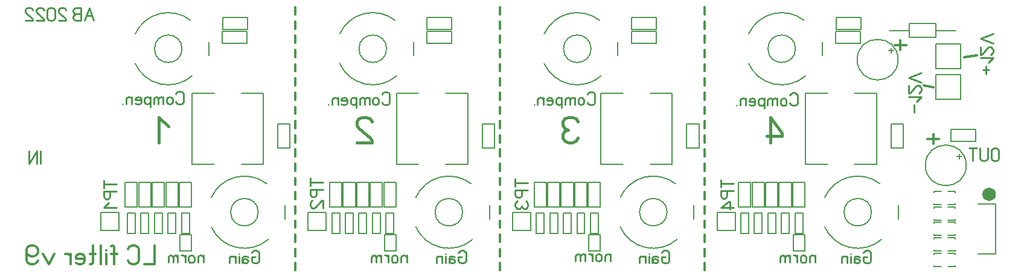
<source format=gbr>
%FSLAX34Y34*%
%MOMM*%
%LNSILK_BOTTOM*%
G71*
G01*
%ADD10C,0.150*%
%ADD11C,0.200*%
%ADD12C,0.333*%
%ADD13C,0.222*%
%ADD14C,0.300*%
%ADD15C,0.500*%
%ADD16C,0.444*%
%LPD*%
G54D10*
X390320Y-183666D02*
X373258Y-183666D01*
G54D10*
X390320Y-218347D02*
X373258Y-218347D01*
G54D10*
X390320Y-183666D02*
X390320Y-218347D01*
G54D10*
X373258Y-183666D02*
X373258Y-218347D01*
G54D10*
G75*
G01X357698Y-268199D02*
G03X280014Y-287568I-31276J-40031D01*
G01*
G54D10*
G75*
G01X345722Y-308230D02*
G03X345722Y-308230I-19300J0D01*
G01*
G54D10*
G75*
G01X280014Y-328892D02*
G03X359750Y-346569I46408J20662D01*
G01*
G54D10*
X383522Y-298720D02*
X383522Y-317928D01*
G54D10*
X321978Y-240988D02*
X352978Y-240988D01*
X352978Y-140988D01*
X321978Y-140988D01*
G54D10*
X283978Y-140988D02*
X252978Y-140988D01*
X252978Y-240988D01*
X283978Y-240988D01*
G54D10*
X441178Y-333688D02*
X441178Y-308288D01*
X415778Y-308288D01*
X415778Y-333688D01*
X441178Y-333688D01*
G54D10*
X538960Y-265922D02*
X521898Y-265922D01*
G54D10*
X538960Y-300604D02*
X521898Y-300604D01*
G54D10*
X538960Y-265922D02*
X538960Y-300604D01*
G54D10*
X521898Y-265922D02*
X521898Y-300604D01*
G54D10*
X519960Y-265922D02*
X502898Y-265922D01*
G54D10*
X519960Y-300604D02*
X502898Y-300604D01*
G54D10*
X519960Y-265922D02*
X519960Y-300604D01*
G54D10*
X502898Y-265922D02*
X502898Y-300604D01*
G54D10*
X500960Y-265922D02*
X483898Y-265922D01*
G54D10*
X500960Y-300604D02*
X483898Y-300604D01*
G54D10*
X500960Y-265922D02*
X500960Y-300604D01*
G54D10*
X483898Y-265922D02*
X483898Y-300604D01*
G54D10*
X481960Y-265922D02*
X464898Y-265922D01*
G54D10*
X481960Y-300604D02*
X464898Y-300604D01*
G54D10*
X481960Y-265922D02*
X481960Y-300604D01*
G54D10*
X464898Y-265922D02*
X464898Y-300604D01*
G54D10*
X462960Y-265922D02*
X445898Y-265922D01*
G54D10*
X462960Y-300604D02*
X445898Y-300604D01*
G54D10*
X462960Y-265922D02*
X462960Y-300604D01*
G54D10*
X445898Y-265922D02*
X445898Y-300604D01*
G54D10*
G75*
G01X537698Y-38199D02*
G03X460014Y-57568I-31276J-40031D01*
G01*
G54D10*
G75*
G01X525722Y-78230D02*
G03X525722Y-78230I-19300J0D01*
G01*
G54D10*
G75*
G01X460014Y-98892D02*
G03X539750Y-116569I46408J20662D01*
G01*
G54D10*
X563523Y-68720D02*
X563522Y-87928D01*
G54D10*
X150878Y-333688D02*
X150878Y-308288D01*
X125478Y-308288D01*
X125478Y-333688D01*
X150878Y-333688D01*
G54D10*
X330448Y-51427D02*
X330448Y-34364D01*
G54D10*
X295767Y-51427D02*
X295767Y-34364D01*
G54D10*
X330448Y-51427D02*
X295767Y-51427D01*
G54D10*
X330448Y-34364D02*
X295767Y-34364D01*
G54D10*
X295609Y-53512D02*
X295609Y-70574D01*
G54D10*
X330291Y-53512D02*
X330291Y-70574D01*
G54D10*
X295609Y-53512D02*
X330291Y-53512D01*
G54D10*
X295609Y-70574D02*
X330291Y-70574D01*
G54D10*
G75*
G01X250898Y-38199D02*
G03X173214Y-57568I-31276J-40031D01*
G01*
G54D10*
G75*
G01X238922Y-78230D02*
G03X238922Y-78230I-19300J0D01*
G01*
G54D10*
G75*
G01X173214Y-98892D02*
G03X252950Y-116569I46408J20662D01*
G01*
G54D10*
X276723Y-68720D02*
X276722Y-87928D01*
G54D10*
X617248Y-51427D02*
X617248Y-34364D01*
G54D10*
X582567Y-51427D02*
X582567Y-34364D01*
G54D10*
X617248Y-51427D02*
X582567Y-51427D01*
G54D10*
X617248Y-34364D02*
X582567Y-34364D01*
G54D10*
X448992Y-337916D02*
X459967Y-337916D01*
X459967Y-309616D01*
X448992Y-309616D01*
X448992Y-337916D01*
G54D10*
X467992Y-337916D02*
X478967Y-337916D01*
X478967Y-309616D01*
X467992Y-309616D01*
X467992Y-337916D01*
G54D10*
X486992Y-337916D02*
X497967Y-337916D01*
X497967Y-309616D01*
X486992Y-309616D01*
X486992Y-337916D01*
G54D10*
X505992Y-337916D02*
X516967Y-337916D01*
X516967Y-309616D01*
X505992Y-309616D01*
X505992Y-337916D01*
G54D10*
X524992Y-337916D02*
X535967Y-337916D01*
X535967Y-309616D01*
X524992Y-309616D01*
X524992Y-337916D01*
G54D10*
X252260Y-265922D02*
X235198Y-265922D01*
G54D10*
X252260Y-300604D02*
X235198Y-300604D01*
G54D10*
X252260Y-265922D02*
X252260Y-300604D01*
G54D10*
X235198Y-265922D02*
X235198Y-300604D01*
G54D10*
X233260Y-265922D02*
X216198Y-265922D01*
G54D10*
X233260Y-300604D02*
X216198Y-300604D01*
G54D10*
X233260Y-265922D02*
X233260Y-300604D01*
G54D10*
X216198Y-265922D02*
X216198Y-300604D01*
G54D10*
X214260Y-265922D02*
X197198Y-265922D01*
G54D10*
X214260Y-300604D02*
X197198Y-300604D01*
G54D10*
X214260Y-265922D02*
X214260Y-300604D01*
G54D10*
X197198Y-265922D02*
X197198Y-300604D01*
G54D10*
X195260Y-265922D02*
X178198Y-265922D01*
G54D10*
X195260Y-300604D02*
X178198Y-300604D01*
G54D10*
X195260Y-265922D02*
X195260Y-300604D01*
G54D10*
X178198Y-265922D02*
X178198Y-300604D01*
G54D10*
X176260Y-265922D02*
X159198Y-265922D01*
G54D10*
X176260Y-300604D02*
X159198Y-300604D01*
G54D10*
X176260Y-265922D02*
X176260Y-300604D01*
G54D10*
X159198Y-265922D02*
X159198Y-300604D01*
G54D10*
X162292Y-337916D02*
X173266Y-337916D01*
X173266Y-309616D01*
X162292Y-309616D01*
X162292Y-337916D01*
G54D10*
X181292Y-337916D02*
X192266Y-337916D01*
X192266Y-309616D01*
X181292Y-309616D01*
X181292Y-337916D01*
G54D10*
X200292Y-337916D02*
X211266Y-337916D01*
X211266Y-309616D01*
X200292Y-309616D01*
X200292Y-337916D01*
G54D10*
X219292Y-337916D02*
X230267Y-337916D01*
X230267Y-309616D01*
X219292Y-309616D01*
X219292Y-337916D01*
G54D10*
X238292Y-337916D02*
X249267Y-337916D01*
X249267Y-309616D01*
X238292Y-309616D01*
X238292Y-337916D01*
G54D10*
X677020Y-183666D02*
X659958Y-183666D01*
G54D10*
X677020Y-218347D02*
X659958Y-218347D01*
G54D10*
X677020Y-183666D02*
X677020Y-218347D01*
G54D10*
X659958Y-183666D02*
X659958Y-218347D01*
G54D10*
G75*
G01X644398Y-268199D02*
G03X566714Y-287568I-31276J-40031D01*
G01*
G54D10*
G75*
G01X632422Y-308230D02*
G03X632422Y-308230I-19300J0D01*
G01*
G54D10*
G75*
G01X566714Y-328892D02*
G03X646450Y-346569I46408J20662D01*
G01*
G54D10*
X670222Y-298720D02*
X670222Y-317928D01*
G54D10*
X727878Y-333688D02*
X727878Y-308288D01*
X702478Y-308288D01*
X702478Y-333688D01*
X727878Y-333688D01*
G54D10*
X825660Y-265922D02*
X808598Y-265922D01*
G54D10*
X825660Y-300604D02*
X808598Y-300604D01*
G54D10*
X825660Y-265922D02*
X825660Y-300604D01*
G54D10*
X808598Y-265922D02*
X808598Y-300604D01*
G54D10*
X806660Y-265922D02*
X789598Y-265922D01*
G54D10*
X806660Y-300604D02*
X789598Y-300604D01*
G54D10*
X806660Y-265922D02*
X806660Y-300604D01*
G54D10*
X789598Y-265922D02*
X789598Y-300604D01*
G54D10*
X787660Y-265922D02*
X770598Y-265922D01*
G54D10*
X787660Y-300604D02*
X770598Y-300604D01*
G54D10*
X787660Y-265922D02*
X787660Y-300604D01*
G54D10*
X770598Y-265922D02*
X770598Y-300604D01*
G54D10*
X768660Y-265922D02*
X751598Y-265922D01*
G54D10*
X768660Y-300604D02*
X751598Y-300604D01*
G54D10*
X768660Y-265922D02*
X768660Y-300604D01*
G54D10*
X751598Y-265922D02*
X751598Y-300604D01*
G54D10*
X749660Y-265922D02*
X732598Y-265922D01*
G54D10*
X749660Y-300604D02*
X732598Y-300604D01*
G54D10*
X749660Y-265922D02*
X749660Y-300604D01*
G54D10*
X732598Y-265922D02*
X732598Y-300604D01*
G54D10*
G75*
G01X824398Y-38199D02*
G03X746714Y-57568I-31276J-40031D01*
G01*
G54D10*
G75*
G01X812422Y-78230D02*
G03X812422Y-78230I-19300J0D01*
G01*
G54D10*
G75*
G01X746714Y-98892D02*
G03X826450Y-116569I46408J20662D01*
G01*
G54D10*
X850222Y-68720D02*
X850222Y-87928D01*
G54D10*
X903948Y-51427D02*
X903948Y-34364D01*
G54D10*
X869267Y-51427D02*
X869267Y-34364D01*
G54D10*
X903948Y-51427D02*
X869267Y-51427D01*
G54D10*
X903948Y-34364D02*
X869267Y-34364D01*
G54D10*
X735692Y-337916D02*
X746666Y-337916D01*
X746666Y-309616D01*
X735692Y-309616D01*
X735692Y-337916D01*
G54D10*
X754692Y-337916D02*
X765666Y-337916D01*
X765666Y-309616D01*
X754692Y-309616D01*
X754692Y-337916D01*
G54D10*
X773692Y-337916D02*
X784666Y-337916D01*
X784666Y-309616D01*
X773692Y-309616D01*
X773692Y-337916D01*
G54D10*
X792692Y-337916D02*
X803666Y-337916D01*
X803666Y-309616D01*
X792692Y-309616D01*
X792692Y-337916D01*
G54D10*
X811692Y-337916D02*
X822666Y-337916D01*
X822666Y-309616D01*
X811692Y-309616D01*
X811692Y-337916D01*
G54D10*
X963720Y-183666D02*
X946657Y-183666D01*
G54D10*
X963720Y-218347D02*
X946657Y-218347D01*
G54D10*
X963720Y-183666D02*
X963720Y-218347D01*
G54D10*
X946657Y-183666D02*
X946657Y-218347D01*
G54D10*
G75*
G01X931098Y-268199D02*
G03X853414Y-287568I-31276J-40031D01*
G01*
G54D10*
G75*
G01X919122Y-308230D02*
G03X919122Y-308230I-19300J0D01*
G01*
G54D10*
G75*
G01X853414Y-328892D02*
G03X933150Y-346569I46408J20662D01*
G01*
G54D10*
X956922Y-298720D02*
X956922Y-317928D01*
G54D10*
X1014578Y-333688D02*
X1014578Y-308288D01*
X989178Y-308288D01*
X989178Y-333688D01*
X1014578Y-333688D01*
G54D10*
X1112360Y-265922D02*
X1095297Y-265922D01*
G54D10*
X1112360Y-300604D02*
X1095298Y-300604D01*
G54D10*
X1112360Y-265922D02*
X1112360Y-300604D01*
G54D10*
X1095297Y-265922D02*
X1095298Y-300604D01*
G54D10*
X1093360Y-265922D02*
X1076297Y-265922D01*
G54D10*
X1093360Y-300604D02*
X1076298Y-300604D01*
G54D10*
X1093360Y-265922D02*
X1093360Y-300604D01*
G54D10*
X1076297Y-265922D02*
X1076298Y-300604D01*
G54D10*
X1074360Y-265922D02*
X1057297Y-265922D01*
G54D10*
X1074360Y-300604D02*
X1057298Y-300604D01*
G54D10*
X1074360Y-265922D02*
X1074360Y-300604D01*
G54D10*
X1057297Y-265922D02*
X1057298Y-300604D01*
G54D10*
X1055360Y-265922D02*
X1038297Y-265922D01*
G54D10*
X1055360Y-300604D02*
X1038298Y-300604D01*
G54D10*
X1055360Y-265922D02*
X1055360Y-300604D01*
G54D10*
X1038297Y-265922D02*
X1038298Y-300604D01*
G54D10*
X1036360Y-265922D02*
X1019297Y-265922D01*
G54D10*
X1036360Y-300604D02*
X1019298Y-300604D01*
G54D10*
X1036360Y-265922D02*
X1036360Y-300604D01*
G54D10*
X1019297Y-265922D02*
X1019298Y-300604D01*
G54D10*
G75*
G01X1111097Y-38199D02*
G03X1033414Y-57568I-31275J-40031D01*
G01*
G54D10*
G75*
G01X1099122Y-78230D02*
G03X1099122Y-78230I-19300J0D01*
G01*
G54D10*
G75*
G01X1033414Y-98892D02*
G03X1113150Y-116569I46408J20662D01*
G01*
G54D10*
X1136922Y-68720D02*
X1136922Y-87928D01*
G54D10*
X1190648Y-51427D02*
X1190648Y-34364D01*
G54D10*
X1155967Y-51427D02*
X1155966Y-34364D01*
G54D10*
X1190648Y-51427D02*
X1155967Y-51427D01*
G54D10*
X1190648Y-34364D02*
X1155966Y-34364D01*
G54D10*
X1022391Y-337916D02*
X1033366Y-337916D01*
X1033366Y-309616D01*
X1022391Y-309616D01*
X1022391Y-337916D01*
G54D10*
X1041391Y-337916D02*
X1052366Y-337916D01*
X1052366Y-309616D01*
X1041391Y-309616D01*
X1041391Y-337916D01*
G54D10*
X1060391Y-337916D02*
X1071366Y-337916D01*
X1071366Y-309616D01*
X1060391Y-309616D01*
X1060391Y-337916D01*
G54D10*
X1079391Y-337916D02*
X1090366Y-337916D01*
X1090366Y-309616D01*
X1079391Y-309616D01*
X1079391Y-337916D01*
G54D10*
X1098391Y-337916D02*
X1109366Y-337916D01*
X1109366Y-309616D01*
X1098391Y-309616D01*
X1098391Y-337916D01*
G54D10*
X1250420Y-183666D02*
X1233357Y-183666D01*
G54D10*
X1250420Y-218347D02*
X1233357Y-218347D01*
G54D10*
X1250420Y-183666D02*
X1250420Y-218347D01*
G54D10*
X1233357Y-183666D02*
X1233357Y-218347D01*
G54D10*
G75*
G01X1217797Y-268199D02*
G03X1140114Y-287568I-31275J-40031D01*
G01*
G54D10*
G75*
G01X1205822Y-308230D02*
G03X1205822Y-308230I-19300J0D01*
G01*
G54D10*
G75*
G01X1140114Y-328892D02*
G03X1219850Y-346569I46408J20662D01*
G01*
G54D10*
X1243622Y-298720D02*
X1243621Y-317928D01*
G54D10*
X1351801Y-208700D02*
X1351801Y-191638D01*
G54D10*
X1317120Y-208700D02*
X1317120Y-191638D01*
G54D10*
X1351801Y-208700D02*
X1317120Y-208700D01*
G54D10*
X1351801Y-191638D02*
X1317120Y-191638D01*
G54D11*
X1295900Y-71350D02*
X1330825Y-71350D01*
X1330825Y-106275D01*
X1295900Y-106275D01*
X1295900Y-71350D01*
G54D11*
X1295900Y-114850D02*
X1330825Y-114850D01*
X1330825Y-149775D01*
X1295900Y-149775D01*
X1295900Y-114850D01*
G54D10*
G75*
G01X1242985Y-93595D02*
G03X1242985Y-93595I-28600J0D01*
G01*
G54D10*
X1230285Y-80895D02*
X1236585Y-80895D01*
G54D10*
X1233485Y-84095D02*
X1233485Y-77695D01*
G54D12*
X1238340Y-73295D02*
X1254340Y-73295D01*
G54D12*
X1246340Y-79961D02*
X1246340Y-66628D01*
G54D10*
X1296373Y-62098D02*
X1296373Y-43098D01*
X1258373Y-43098D01*
X1258373Y-62098D01*
X1296373Y-62098D01*
G54D10*
X1296473Y-52598D02*
X1323773Y-52598D01*
G54D10*
X1230973Y-52598D02*
X1258273Y-52598D01*
G54D10*
G75*
G01X1338600Y-242300D02*
G03X1338600Y-242300I-28600J0D01*
G01*
G54D10*
X1325900Y-229600D02*
X1332200Y-229600D01*
G54D10*
X1329100Y-232800D02*
X1329100Y-226400D01*
G54D12*
X1284407Y-205005D02*
X1300407Y-205005D01*
G54D12*
X1292407Y-211672D02*
X1292407Y-198338D01*
G54D10*
X1303713Y-279142D02*
X1293713Y-279142D01*
X1293713Y-280892D01*
G54D10*
X1303713Y-297542D02*
X1293713Y-297542D01*
X1293713Y-295792D01*
G54D10*
X1313213Y-297542D02*
X1323213Y-297542D01*
X1323213Y-295792D01*
G54D10*
X1313213Y-279142D02*
X1323213Y-279142D01*
X1323213Y-280892D01*
G54D13*
X1366166Y-113495D02*
X1366166Y-102828D01*
G54D13*
X1370611Y-108161D02*
X1361722Y-108161D01*
G54D13*
X1369500Y-97939D02*
X1376166Y-91272D01*
X1358389Y-91272D01*
G54D13*
X1358389Y-75716D02*
X1358389Y-86383D01*
X1359500Y-86383D01*
X1361722Y-85049D01*
X1368389Y-77049D01*
X1370611Y-75716D01*
X1372833Y-75716D01*
X1375055Y-77049D01*
X1376166Y-79716D01*
X1376166Y-82383D01*
X1375055Y-85049D01*
X1372833Y-86383D01*
G54D13*
X1376166Y-70827D02*
X1358389Y-64160D01*
X1376166Y-57493D01*
G54D13*
X1265418Y-167990D02*
X1265418Y-157323D01*
G54D13*
X1268751Y-152434D02*
X1275418Y-145767D01*
X1257640Y-145767D01*
G54D13*
X1257640Y-130211D02*
X1257640Y-140878D01*
X1258751Y-140878D01*
X1260973Y-139544D01*
X1267640Y-131544D01*
X1269862Y-130211D01*
X1272084Y-130211D01*
X1274306Y-131544D01*
X1275418Y-134211D01*
X1275418Y-136878D01*
X1274306Y-139544D01*
X1272084Y-140878D01*
G54D13*
X1275418Y-125322D02*
X1257640Y-118655D01*
X1275418Y-111988D01*
G54D14*
X1353283Y-87430D02*
X1336022Y-90131D01*
G54D14*
X1278932Y-129870D02*
X1292366Y-132093D01*
G54D10*
X1354870Y-296960D02*
X1379869Y-296960D01*
X1379869Y-366660D01*
X1354869Y-366660D01*
G54D10*
X1303713Y-301142D02*
X1293713Y-301142D01*
X1293713Y-302892D01*
G54D10*
X1303713Y-319542D02*
X1293713Y-319542D01*
X1293713Y-317792D01*
G54D10*
X1313213Y-319542D02*
X1323213Y-319542D01*
X1323213Y-317792D01*
G54D10*
X1313213Y-301142D02*
X1323213Y-301142D01*
X1323213Y-302892D01*
G54D10*
X1303713Y-322142D02*
X1293713Y-322142D01*
X1293713Y-323892D01*
G54D10*
X1303713Y-340542D02*
X1293713Y-340542D01*
X1293713Y-338792D01*
G54D10*
X1313213Y-340542D02*
X1323213Y-340542D01*
X1323213Y-338792D01*
G54D10*
X1313213Y-322142D02*
X1323213Y-322142D01*
X1323213Y-323892D01*
G54D10*
X1303713Y-344142D02*
X1293713Y-344142D01*
X1293713Y-345892D01*
G54D10*
X1303713Y-362542D02*
X1293713Y-362542D01*
X1293713Y-360792D01*
G54D10*
X1313213Y-362542D02*
X1323213Y-362542D01*
X1323213Y-360792D01*
G54D10*
X1313213Y-344142D02*
X1323213Y-344142D01*
X1323213Y-345892D01*
G54D10*
X1303713Y-366142D02*
X1293713Y-366142D01*
X1293713Y-367892D01*
G54D10*
X1303713Y-384542D02*
X1293713Y-384542D01*
X1293713Y-382792D01*
G54D10*
X1313213Y-384542D02*
X1323213Y-384542D01*
X1323213Y-382792D01*
G54D10*
X1313213Y-366142D02*
X1323213Y-366142D01*
X1323213Y-367892D01*
G54D15*
G75*
G01X1377721Y-283067D02*
G03X1377721Y-283067I-7000J0D01*
G01*
G36*
G75*
G01X1377721Y-283067D02*
G03X1377721Y-283067I-7000J0D01*
G01*
G37*
X1377721Y-283067D01*
G54D12*
X200150Y-354983D02*
X200150Y-381650D01*
X186150Y-381650D01*
G54D12*
X162817Y-376650D02*
X164817Y-379983D01*
X168817Y-381650D01*
X172817Y-381650D01*
X176817Y-379983D01*
X178817Y-376650D01*
X178817Y-359983D01*
X176817Y-356650D01*
X172817Y-354983D01*
X168817Y-354983D01*
X164817Y-356650D01*
X162817Y-359983D01*
G54D12*
X143751Y-381650D02*
X143751Y-356650D01*
X141751Y-354983D01*
X139751Y-355983D01*
G54D12*
X147751Y-366650D02*
X139751Y-366650D01*
G54D12*
X132418Y-381650D02*
X132418Y-366650D01*
G54D12*
X132418Y-361650D02*
X132418Y-361650D01*
G54D12*
X125085Y-381650D02*
X125085Y-354983D01*
G54D12*
X113752Y-354983D02*
X113752Y-379983D01*
X111752Y-381650D01*
X109752Y-380983D01*
G54D12*
X117752Y-366650D02*
X109752Y-366650D01*
G54D12*
X90419Y-379983D02*
X93619Y-381650D01*
X97619Y-381650D01*
X101619Y-379983D01*
X102419Y-376650D01*
X102419Y-370983D01*
X100419Y-367650D01*
X96419Y-366650D01*
X92419Y-367650D01*
X90419Y-369983D01*
X90419Y-373317D01*
X102419Y-373317D01*
G54D12*
X83086Y-381650D02*
X83086Y-366650D01*
G54D12*
X83086Y-369983D02*
X79086Y-366650D01*
X75086Y-366650D01*
G54D12*
X60020Y-366650D02*
X52020Y-381650D01*
X44020Y-366650D01*
G54D12*
X36687Y-376650D02*
X34687Y-379983D01*
X30687Y-381650D01*
X26687Y-381650D01*
X22687Y-379983D01*
X20687Y-376650D01*
X20687Y-368317D01*
X20687Y-366650D01*
X26687Y-369983D01*
X30687Y-369983D01*
X34687Y-368317D01*
X36687Y-364983D01*
X36687Y-359983D01*
X34687Y-356650D01*
X30687Y-354983D01*
X26687Y-354983D01*
X22687Y-356650D01*
X20687Y-359983D01*
X20687Y-368317D01*
G54D13*
X115266Y-38355D02*
X108600Y-20577D01*
X101933Y-38355D01*
G54D13*
X112600Y-31688D02*
X104600Y-31688D01*
G54D13*
X97044Y-38355D02*
X97044Y-20577D01*
X90378Y-20577D01*
X87711Y-21688D01*
X86378Y-23911D01*
X86378Y-26133D01*
X87711Y-28355D01*
X90378Y-29466D01*
X87711Y-30577D01*
X86378Y-32799D01*
X86378Y-35022D01*
X87711Y-37244D01*
X90378Y-38355D01*
X97044Y-38355D01*
G54D13*
X97044Y-29466D02*
X90378Y-29466D01*
G54D13*
X65666Y-38355D02*
X76332Y-38355D01*
X76332Y-37244D01*
X74999Y-35022D01*
X66999Y-28355D01*
X65666Y-26133D01*
X65666Y-23911D01*
X66999Y-21688D01*
X69666Y-20577D01*
X72332Y-20577D01*
X74999Y-21688D01*
X76332Y-23911D01*
G54D13*
X50110Y-23911D02*
X50110Y-35022D01*
X51443Y-37244D01*
X54110Y-38355D01*
X56776Y-38355D01*
X59443Y-37244D01*
X60776Y-35022D01*
X60776Y-23911D01*
X59443Y-21688D01*
X56776Y-20577D01*
X54110Y-20577D01*
X51443Y-21688D01*
X50110Y-23911D01*
G54D13*
X34554Y-38355D02*
X45220Y-38355D01*
X45220Y-37244D01*
X43887Y-35022D01*
X35887Y-28355D01*
X34554Y-26133D01*
X34554Y-23911D01*
X35887Y-21688D01*
X38554Y-20577D01*
X41220Y-20577D01*
X43887Y-21688D01*
X45220Y-23911D01*
G54D13*
X18998Y-38355D02*
X29664Y-38355D01*
X29664Y-37244D01*
X28331Y-35022D01*
X20331Y-28355D01*
X18998Y-26133D01*
X18998Y-23911D01*
X20331Y-21688D01*
X22998Y-20577D01*
X25664Y-20577D01*
X28331Y-21688D01*
X29664Y-23911D01*
G54D13*
X230333Y-152667D02*
X231667Y-154889D01*
X234333Y-156000D01*
X237000Y-156000D01*
X239667Y-154889D01*
X241000Y-152667D01*
X241000Y-141556D01*
X239667Y-139333D01*
X237000Y-138222D01*
X234333Y-138222D01*
X231667Y-139333D01*
X230333Y-141556D01*
G54D13*
X217444Y-153333D02*
X217444Y-148889D01*
X218777Y-146667D01*
X221444Y-146000D01*
X224111Y-146667D01*
X225444Y-148889D01*
X225444Y-153333D01*
X224111Y-155556D01*
X221444Y-156000D01*
X218777Y-155556D01*
X217444Y-153333D01*
G54D13*
X212555Y-156000D02*
X212555Y-146000D01*
G54D13*
X212555Y-147778D02*
X209888Y-146000D01*
X207222Y-146667D01*
X205888Y-148222D01*
X205888Y-156000D01*
G54D13*
X205888Y-147778D02*
X203222Y-146000D01*
X200555Y-146667D01*
X199222Y-148222D01*
X199222Y-156000D01*
G54D13*
X194333Y-146000D02*
X194333Y-160444D01*
G54D13*
X194333Y-152667D02*
X193000Y-155556D01*
X190333Y-156000D01*
X187666Y-155556D01*
X186333Y-153333D01*
X186333Y-148889D01*
X187666Y-146667D01*
X190333Y-146000D01*
X193000Y-146667D01*
X194333Y-149333D01*
G54D13*
X173444Y-154889D02*
X175577Y-156000D01*
X178244Y-156000D01*
X180911Y-154889D01*
X181444Y-152667D01*
X181444Y-148889D01*
X180111Y-146667D01*
X177444Y-146000D01*
X174777Y-146667D01*
X173444Y-148222D01*
X173444Y-150444D01*
X181444Y-150444D01*
G54D13*
X168555Y-156000D02*
X168555Y-146000D01*
G54D13*
X168555Y-148222D02*
X167222Y-146667D01*
X164555Y-146000D01*
X161888Y-146667D01*
X160555Y-148222D01*
X160555Y-156000D01*
G54D13*
X155666Y-156000D02*
X155666Y-156000D01*
G54D13*
X519333Y-153667D02*
X520667Y-155889D01*
X523333Y-157000D01*
X526000Y-157000D01*
X528667Y-155889D01*
X530000Y-153667D01*
X530000Y-142556D01*
X528667Y-140333D01*
X526000Y-139222D01*
X523333Y-139222D01*
X520667Y-140333D01*
X519333Y-142556D01*
G54D13*
X506444Y-154333D02*
X506444Y-149889D01*
X507777Y-147667D01*
X510444Y-147000D01*
X513111Y-147667D01*
X514444Y-149889D01*
X514444Y-154333D01*
X513111Y-156556D01*
X510444Y-157000D01*
X507777Y-156556D01*
X506444Y-154333D01*
G54D13*
X501555Y-157000D02*
X501555Y-147000D01*
G54D13*
X501555Y-148778D02*
X498888Y-147000D01*
X496222Y-147667D01*
X494888Y-149222D01*
X494888Y-157000D01*
G54D13*
X494888Y-148778D02*
X492222Y-147000D01*
X489555Y-147667D01*
X488222Y-149222D01*
X488222Y-157000D01*
G54D13*
X483333Y-147000D02*
X483333Y-161444D01*
G54D13*
X483333Y-153667D02*
X482000Y-156556D01*
X479333Y-157000D01*
X476666Y-156556D01*
X475333Y-154333D01*
X475333Y-149889D01*
X476666Y-147667D01*
X479333Y-147000D01*
X482000Y-147667D01*
X483333Y-150333D01*
G54D13*
X462444Y-155889D02*
X464577Y-157000D01*
X467244Y-157000D01*
X469911Y-155889D01*
X470444Y-153667D01*
X470444Y-149889D01*
X469111Y-147667D01*
X466444Y-147000D01*
X463777Y-147667D01*
X462444Y-149222D01*
X462444Y-151444D01*
X470444Y-151444D01*
G54D13*
X457555Y-157000D02*
X457555Y-147000D01*
G54D13*
X457555Y-149222D02*
X456222Y-147667D01*
X453555Y-147000D01*
X450888Y-147667D01*
X449555Y-149222D01*
X449555Y-157000D01*
G54D13*
X444666Y-157000D02*
X444666Y-157000D01*
G54D13*
X807333Y-153667D02*
X808667Y-155889D01*
X811333Y-157000D01*
X814000Y-157000D01*
X816667Y-155889D01*
X818000Y-153667D01*
X818000Y-142556D01*
X816667Y-140333D01*
X814000Y-139222D01*
X811333Y-139222D01*
X808667Y-140333D01*
X807333Y-142556D01*
G54D13*
X794444Y-154333D02*
X794444Y-149889D01*
X795777Y-147667D01*
X798444Y-147000D01*
X801111Y-147667D01*
X802444Y-149889D01*
X802444Y-154333D01*
X801111Y-156556D01*
X798444Y-157000D01*
X795777Y-156556D01*
X794444Y-154333D01*
G54D13*
X789555Y-157000D02*
X789555Y-147000D01*
G54D13*
X789555Y-148778D02*
X786888Y-147000D01*
X784222Y-147667D01*
X782888Y-149222D01*
X782888Y-157000D01*
G54D13*
X782888Y-148778D02*
X780222Y-147000D01*
X777555Y-147667D01*
X776222Y-149222D01*
X776222Y-157000D01*
G54D13*
X771333Y-147000D02*
X771333Y-161444D01*
G54D13*
X771333Y-153667D02*
X770000Y-156556D01*
X767333Y-157000D01*
X764666Y-156556D01*
X763333Y-154333D01*
X763333Y-149889D01*
X764666Y-147667D01*
X767333Y-147000D01*
X770000Y-147667D01*
X771333Y-150333D01*
G54D13*
X750444Y-155889D02*
X752577Y-157000D01*
X755244Y-157000D01*
X757911Y-155889D01*
X758444Y-153667D01*
X758444Y-149889D01*
X757111Y-147667D01*
X754444Y-147000D01*
X751777Y-147667D01*
X750444Y-149222D01*
X750444Y-151444D01*
X758444Y-151444D01*
G54D13*
X745555Y-157000D02*
X745555Y-147000D01*
G54D13*
X745555Y-149222D02*
X744222Y-147667D01*
X741555Y-147000D01*
X738888Y-147667D01*
X737555Y-149222D01*
X737555Y-157000D01*
G54D13*
X732666Y-157000D02*
X732666Y-157000D01*
G54D13*
X1091333Y-154667D02*
X1092667Y-156889D01*
X1095333Y-158000D01*
X1098000Y-158000D01*
X1100667Y-156889D01*
X1102000Y-154667D01*
X1102000Y-143556D01*
X1100667Y-141333D01*
X1098000Y-140222D01*
X1095333Y-140222D01*
X1092667Y-141333D01*
X1091333Y-143556D01*
G54D13*
X1078444Y-155333D02*
X1078444Y-150889D01*
X1079777Y-148667D01*
X1082444Y-148000D01*
X1085111Y-148667D01*
X1086444Y-150889D01*
X1086444Y-155333D01*
X1085111Y-157556D01*
X1082444Y-158000D01*
X1079777Y-157556D01*
X1078444Y-155333D01*
G54D13*
X1073555Y-158000D02*
X1073555Y-148000D01*
G54D13*
X1073555Y-149778D02*
X1070888Y-148000D01*
X1068222Y-148667D01*
X1066888Y-150222D01*
X1066888Y-158000D01*
G54D13*
X1066888Y-149778D02*
X1064222Y-148000D01*
X1061555Y-148667D01*
X1060222Y-150222D01*
X1060222Y-158000D01*
G54D13*
X1055333Y-148000D02*
X1055333Y-162444D01*
G54D13*
X1055333Y-154667D02*
X1054000Y-157556D01*
X1051333Y-158000D01*
X1048666Y-157556D01*
X1047333Y-155333D01*
X1047333Y-150889D01*
X1048666Y-148667D01*
X1051333Y-148000D01*
X1054000Y-148667D01*
X1055333Y-151333D01*
G54D13*
X1034444Y-156889D02*
X1036577Y-158000D01*
X1039244Y-158000D01*
X1041911Y-156889D01*
X1042444Y-154667D01*
X1042444Y-150889D01*
X1041111Y-148667D01*
X1038444Y-148000D01*
X1035777Y-148667D01*
X1034444Y-150222D01*
X1034444Y-152444D01*
X1042444Y-152444D01*
G54D13*
X1029555Y-158000D02*
X1029555Y-148000D01*
G54D13*
X1029555Y-150222D02*
X1028222Y-148667D01*
X1025555Y-148000D01*
X1022888Y-148667D01*
X1021555Y-150222D01*
X1021555Y-158000D01*
G54D13*
X1016666Y-158000D02*
X1016666Y-158000D01*
G54D13*
X341667Y-371111D02*
X336333Y-371111D01*
X336333Y-376667D01*
X337667Y-378889D01*
X340333Y-380000D01*
X343000Y-380000D01*
X345667Y-378889D01*
X347000Y-376667D01*
X347000Y-365556D01*
X345667Y-363333D01*
X343000Y-362222D01*
X340333Y-362222D01*
X337667Y-363333D01*
X336333Y-365556D01*
G54D13*
X331444Y-371111D02*
X328777Y-370000D01*
X325577Y-370000D01*
X323444Y-372222D01*
X323444Y-380000D01*
G54D13*
X323444Y-376667D02*
X324777Y-374444D01*
X327444Y-374000D01*
X330111Y-374444D01*
X331444Y-376667D01*
X330911Y-378889D01*
X328777Y-380000D01*
X327444Y-380000D01*
X326911Y-380000D01*
X324777Y-378889D01*
X323444Y-376667D01*
G54D13*
X318555Y-380000D02*
X318555Y-370000D01*
G54D13*
X318555Y-366667D02*
X318555Y-366667D01*
G54D13*
X313666Y-380000D02*
X313666Y-370000D01*
G54D13*
X313666Y-372222D02*
X312333Y-370667D01*
X309666Y-370000D01*
X306999Y-370667D01*
X305666Y-372222D01*
X305666Y-380000D01*
G54D13*
X631667Y-371111D02*
X626333Y-371111D01*
X626333Y-376667D01*
X627667Y-378889D01*
X630333Y-380000D01*
X633000Y-380000D01*
X635667Y-378889D01*
X637000Y-376667D01*
X637000Y-365556D01*
X635667Y-363333D01*
X633000Y-362222D01*
X630333Y-362222D01*
X627667Y-363333D01*
X626333Y-365556D01*
G54D13*
X621444Y-371111D02*
X618777Y-370000D01*
X615577Y-370000D01*
X613444Y-372222D01*
X613444Y-380000D01*
G54D13*
X613444Y-376667D02*
X614777Y-374444D01*
X617444Y-374000D01*
X620111Y-374444D01*
X621444Y-376667D01*
X620911Y-378889D01*
X618777Y-380000D01*
X617444Y-380000D01*
X616911Y-380000D01*
X614777Y-378889D01*
X613444Y-376667D01*
G54D13*
X608555Y-380000D02*
X608555Y-370000D01*
G54D13*
X608555Y-366667D02*
X608555Y-366667D01*
G54D13*
X603666Y-380000D02*
X603666Y-370000D01*
G54D13*
X603666Y-372222D02*
X602333Y-370667D01*
X599666Y-370000D01*
X596999Y-370667D01*
X595666Y-372222D01*
X595666Y-380000D01*
G54D13*
X916667Y-371111D02*
X911333Y-371111D01*
X911333Y-376667D01*
X912667Y-378889D01*
X915333Y-380000D01*
X918000Y-380000D01*
X920667Y-378889D01*
X922000Y-376667D01*
X922000Y-365556D01*
X920667Y-363333D01*
X918000Y-362222D01*
X915333Y-362222D01*
X912667Y-363333D01*
X911333Y-365556D01*
G54D13*
X906444Y-371111D02*
X903777Y-370000D01*
X900577Y-370000D01*
X898444Y-372222D01*
X898444Y-380000D01*
G54D13*
X898444Y-376667D02*
X899777Y-374444D01*
X902444Y-374000D01*
X905111Y-374444D01*
X906444Y-376667D01*
X905911Y-378889D01*
X903777Y-380000D01*
X902444Y-380000D01*
X901911Y-380000D01*
X899777Y-378889D01*
X898444Y-376667D01*
G54D13*
X893555Y-380000D02*
X893555Y-370000D01*
G54D13*
X893555Y-366667D02*
X893555Y-366667D01*
G54D13*
X888666Y-380000D02*
X888666Y-370000D01*
G54D13*
X888666Y-372222D02*
X887333Y-370667D01*
X884666Y-370000D01*
X881999Y-370667D01*
X880666Y-372222D01*
X880666Y-380000D01*
G54D13*
X1199667Y-371111D02*
X1194333Y-371111D01*
X1194333Y-376667D01*
X1195667Y-378889D01*
X1198333Y-380000D01*
X1201000Y-380000D01*
X1203667Y-378889D01*
X1205000Y-376667D01*
X1205000Y-365556D01*
X1203667Y-363333D01*
X1201000Y-362222D01*
X1198333Y-362222D01*
X1195667Y-363333D01*
X1194333Y-365556D01*
G54D13*
X1189444Y-371111D02*
X1186777Y-370000D01*
X1183577Y-370000D01*
X1181444Y-372222D01*
X1181444Y-380000D01*
G54D13*
X1181444Y-376667D02*
X1182777Y-374444D01*
X1185444Y-374000D01*
X1188111Y-374444D01*
X1189444Y-376667D01*
X1188911Y-378889D01*
X1186777Y-380000D01*
X1185444Y-380000D01*
X1184911Y-380000D01*
X1182777Y-378889D01*
X1181444Y-376667D01*
G54D13*
X1176555Y-380000D02*
X1176555Y-370000D01*
G54D13*
X1176555Y-366667D02*
X1176555Y-366667D01*
G54D13*
X1171666Y-380000D02*
X1171666Y-370000D01*
G54D13*
X1171666Y-372222D02*
X1170333Y-370667D01*
X1167666Y-370000D01*
X1164999Y-370667D01*
X1163666Y-372222D01*
X1163666Y-380000D01*
G54D13*
X146983Y-269043D02*
X129205Y-269043D01*
G54D13*
X129205Y-263710D02*
X129205Y-274376D01*
G54D13*
X146983Y-279266D02*
X129205Y-279266D01*
X129205Y-285932D01*
X130316Y-288599D01*
X132538Y-289932D01*
X134760Y-289932D01*
X136983Y-288599D01*
X138094Y-285932D01*
X138094Y-279266D01*
G54D13*
X135871Y-294822D02*
X129205Y-301488D01*
X146983Y-301488D01*
G54D13*
X436246Y-265809D02*
X418469Y-265809D01*
G54D13*
X418469Y-260476D02*
X418469Y-271143D01*
G54D13*
X436246Y-276032D02*
X418469Y-276032D01*
X418469Y-282699D01*
X419580Y-285365D01*
X421802Y-286699D01*
X424024Y-286699D01*
X426246Y-285365D01*
X427358Y-282699D01*
X427358Y-276032D01*
G54D13*
X436246Y-302255D02*
X436246Y-291588D01*
X435135Y-291588D01*
X432913Y-292921D01*
X426246Y-300921D01*
X424024Y-302255D01*
X421802Y-302255D01*
X419580Y-300921D01*
X418469Y-298255D01*
X418469Y-295588D01*
X419580Y-292921D01*
X421802Y-291588D01*
G54D13*
X724069Y-266695D02*
X706291Y-266695D01*
G54D13*
X706291Y-261361D02*
X706291Y-272028D01*
G54D13*
X724069Y-276917D02*
X706291Y-276917D01*
X706291Y-283584D01*
X707402Y-286251D01*
X709624Y-287584D01*
X711847Y-287584D01*
X714069Y-286251D01*
X715180Y-283584D01*
X715180Y-276917D01*
G54D13*
X709624Y-292473D02*
X707402Y-293807D01*
X706291Y-296473D01*
X706291Y-299140D01*
X707402Y-301807D01*
X709624Y-303140D01*
X711847Y-303140D01*
X714069Y-301807D01*
X715180Y-299140D01*
X716291Y-301807D01*
X718513Y-303140D01*
X720735Y-303140D01*
X722958Y-301807D01*
X724069Y-299140D01*
X724069Y-296473D01*
X722958Y-293807D01*
X720735Y-292473D01*
G54D13*
X1012055Y-267834D02*
X994277Y-267834D01*
G54D13*
X994277Y-262500D02*
X994277Y-273167D01*
G54D13*
X1012055Y-278056D02*
X994277Y-278056D01*
X994277Y-284723D01*
X995388Y-287390D01*
X997610Y-288723D01*
X999832Y-288723D01*
X1002055Y-287390D01*
X1003166Y-284723D01*
X1003166Y-278056D01*
G54D13*
X1012055Y-301612D02*
X994277Y-301612D01*
X1005388Y-293612D01*
X1007610Y-293612D01*
X1007610Y-304279D01*
G54D14*
X398000Y-20000D02*
X398000Y-30000D01*
G54D14*
X398000Y-40000D02*
X398000Y-50000D01*
G54D14*
X398000Y-60000D02*
X398000Y-70000D01*
G54D14*
X398000Y-80000D02*
X398000Y-90000D01*
G54D14*
X398000Y-100000D02*
X398000Y-110000D01*
G54D14*
X398000Y-120000D02*
X398000Y-130000D01*
G54D14*
X398000Y-140000D02*
X398000Y-150000D01*
G54D14*
X398000Y-160000D02*
X398000Y-170000D01*
G54D14*
X398000Y-180000D02*
X398000Y-190000D01*
G54D14*
X398000Y-200000D02*
X398000Y-210000D01*
G54D14*
X398000Y-220000D02*
X398000Y-230000D01*
G54D14*
X398000Y-240000D02*
X398000Y-250000D01*
G54D14*
X398000Y-260000D02*
X398000Y-270000D01*
G54D14*
X398000Y-280000D02*
X398000Y-290000D01*
G54D14*
X398000Y-300000D02*
X398000Y-310000D01*
G54D14*
X398000Y-320000D02*
X398000Y-330000D01*
G54D14*
X398000Y-340000D02*
X398000Y-350000D01*
G54D14*
X398000Y-360000D02*
X398000Y-370000D01*
G54D14*
X398000Y-380000D02*
X398000Y-390000D01*
G54D14*
X685000Y-20000D02*
X685000Y-30000D01*
G54D14*
X685000Y-40000D02*
X685000Y-50000D01*
G54D14*
X685000Y-60000D02*
X685000Y-70000D01*
G54D14*
X685000Y-80000D02*
X685000Y-90000D01*
G54D14*
X685000Y-100000D02*
X685000Y-110000D01*
G54D14*
X685000Y-120000D02*
X685000Y-130000D01*
G54D14*
X685000Y-140000D02*
X685000Y-150000D01*
G54D14*
X685000Y-160000D02*
X685000Y-170000D01*
G54D14*
X685000Y-180000D02*
X685000Y-190000D01*
G54D14*
X685000Y-200000D02*
X685000Y-210000D01*
G54D14*
X685000Y-220000D02*
X685000Y-230000D01*
G54D14*
X685000Y-240000D02*
X685000Y-250000D01*
G54D14*
X685000Y-260000D02*
X685000Y-270000D01*
G54D14*
X685000Y-280000D02*
X685000Y-290000D01*
G54D14*
X685000Y-300000D02*
X685000Y-310000D01*
G54D14*
X685000Y-320000D02*
X685000Y-330000D01*
G54D14*
X685000Y-340000D02*
X685000Y-350000D01*
G54D14*
X685000Y-360000D02*
X685000Y-370000D01*
G54D14*
X685000Y-380000D02*
X685000Y-390000D01*
G54D14*
X972000Y-20000D02*
X972000Y-30000D01*
G54D14*
X972000Y-40000D02*
X972000Y-50000D01*
G54D14*
X972000Y-60000D02*
X972000Y-70000D01*
G54D14*
X972000Y-80000D02*
X972000Y-90000D01*
G54D14*
X972000Y-100000D02*
X972000Y-110000D01*
G54D14*
X972000Y-120000D02*
X972000Y-130000D01*
G54D14*
X972000Y-140000D02*
X972000Y-150000D01*
G54D14*
X972000Y-160000D02*
X972000Y-170000D01*
G54D14*
X972000Y-180000D02*
X972000Y-190000D01*
G54D14*
X972000Y-200000D02*
X972000Y-210000D01*
G54D14*
X972000Y-220000D02*
X972000Y-230000D01*
G54D14*
X972000Y-240000D02*
X972000Y-250000D01*
G54D14*
X972000Y-260000D02*
X972000Y-270000D01*
G54D14*
X972000Y-280000D02*
X972000Y-290000D01*
G54D14*
X972000Y-300000D02*
X972000Y-310000D01*
G54D14*
X972000Y-320000D02*
X972000Y-330000D01*
G54D14*
X972000Y-340000D02*
X972000Y-350000D01*
G54D14*
X972000Y-360000D02*
X972000Y-370000D01*
G54D14*
X972000Y-380000D02*
X972000Y-390000D01*
G54D16*
X220000Y-187778D02*
X206667Y-174444D01*
X206667Y-210000D01*
G54D16*
X483667Y-210000D02*
X505000Y-210000D01*
X505000Y-207778D01*
X502333Y-203333D01*
X486333Y-190000D01*
X483667Y-185556D01*
X483667Y-181111D01*
X486333Y-176667D01*
X491667Y-174444D01*
X497000Y-174444D01*
X502333Y-176667D01*
X505000Y-181111D01*
G54D16*
X794000Y-181111D02*
X791333Y-176667D01*
X786000Y-174444D01*
X780667Y-174444D01*
X775333Y-176667D01*
X772667Y-181111D01*
X772667Y-185556D01*
X775333Y-190000D01*
X780667Y-192222D01*
X775333Y-194444D01*
X772667Y-198889D01*
X772667Y-203333D01*
X775333Y-207778D01*
X780667Y-210000D01*
X786000Y-210000D01*
X791333Y-207778D01*
X794000Y-203333D01*
G54D16*
X1064000Y-210000D02*
X1064000Y-174444D01*
X1080000Y-196667D01*
X1080000Y-201111D01*
X1058667Y-201111D01*
G54D13*
X40000Y-240000D02*
X40000Y-222222D01*
G54D13*
X35111Y-240000D02*
X35111Y-222222D01*
X24444Y-240000D01*
X24444Y-222222D01*
G54D13*
X1373742Y-221531D02*
X1373742Y-232642D01*
X1375076Y-234864D01*
X1377742Y-235975D01*
X1380409Y-235975D01*
X1383076Y-234864D01*
X1384409Y-232642D01*
X1384409Y-221531D01*
X1383076Y-219308D01*
X1380409Y-218197D01*
X1377742Y-218197D01*
X1375076Y-219308D01*
X1373742Y-221531D01*
G54D13*
X1368853Y-218197D02*
X1368853Y-232642D01*
X1367520Y-234864D01*
X1364853Y-235975D01*
X1362186Y-235975D01*
X1359520Y-234864D01*
X1358186Y-232642D01*
X1358186Y-218197D01*
G54D13*
X1347964Y-235975D02*
X1347964Y-218197D01*
G54D13*
X1353297Y-218197D02*
X1342630Y-218197D01*
G54D13*
X269000Y-379000D02*
X269000Y-369000D01*
G54D13*
X269000Y-371222D02*
X267667Y-369667D01*
X265000Y-369000D01*
X262333Y-369667D01*
X261000Y-371222D01*
X261000Y-379000D01*
G54D13*
X248111Y-376333D02*
X248111Y-371889D01*
X249444Y-369667D01*
X252111Y-369000D01*
X254778Y-369667D01*
X256111Y-371889D01*
X256111Y-376333D01*
X254778Y-378556D01*
X252111Y-379000D01*
X249444Y-378556D01*
X248111Y-376333D01*
G54D13*
X243222Y-379000D02*
X243222Y-369000D01*
G54D13*
X243222Y-371222D02*
X240555Y-369000D01*
X237889Y-369000D01*
G54D13*
X233000Y-379000D02*
X233000Y-369000D01*
G54D13*
X233000Y-370778D02*
X230333Y-369000D01*
X227667Y-369667D01*
X226333Y-371222D01*
X226333Y-379000D01*
G54D13*
X226333Y-370778D02*
X223667Y-369000D01*
X221000Y-369667D01*
X219667Y-371222D01*
X219667Y-379000D01*
G54D13*
X840000Y-377000D02*
X840000Y-367000D01*
G54D13*
X840000Y-369222D02*
X838667Y-367667D01*
X836000Y-367000D01*
X833333Y-367667D01*
X832000Y-369222D01*
X832000Y-377000D01*
G54D13*
X819111Y-374333D02*
X819111Y-369889D01*
X820444Y-367667D01*
X823111Y-367000D01*
X825778Y-367667D01*
X827111Y-369889D01*
X827111Y-374333D01*
X825778Y-376556D01*
X823111Y-377000D01*
X820444Y-376556D01*
X819111Y-374333D01*
G54D13*
X814222Y-377000D02*
X814222Y-367000D01*
G54D13*
X814222Y-369222D02*
X811555Y-367000D01*
X808889Y-367000D01*
G54D13*
X804000Y-377000D02*
X804000Y-367000D01*
G54D13*
X804000Y-368778D02*
X801333Y-367000D01*
X798667Y-367667D01*
X797333Y-369222D01*
X797333Y-377000D01*
G54D13*
X797333Y-368778D02*
X794667Y-367000D01*
X792000Y-367667D01*
X790667Y-369222D01*
X790667Y-377000D01*
G54D13*
X1127000Y-379000D02*
X1127000Y-369000D01*
G54D13*
X1127000Y-371222D02*
X1125667Y-369667D01*
X1123000Y-369000D01*
X1120333Y-369667D01*
X1119000Y-371222D01*
X1119000Y-379000D01*
G54D13*
X1106111Y-376333D02*
X1106111Y-371889D01*
X1107444Y-369667D01*
X1110111Y-369000D01*
X1112778Y-369667D01*
X1114111Y-371889D01*
X1114111Y-376333D01*
X1112778Y-378556D01*
X1110111Y-379000D01*
X1107444Y-378556D01*
X1106111Y-376333D01*
G54D13*
X1101222Y-379000D02*
X1101222Y-369000D01*
G54D13*
X1101222Y-371222D02*
X1098555Y-369000D01*
X1095889Y-369000D01*
G54D13*
X1091000Y-379000D02*
X1091000Y-369000D01*
G54D13*
X1091000Y-370778D02*
X1088333Y-369000D01*
X1085667Y-369667D01*
X1084333Y-371222D01*
X1084333Y-379000D01*
G54D13*
X1084333Y-370778D02*
X1081667Y-369000D01*
X1079000Y-369667D01*
X1077667Y-371222D01*
X1077667Y-379000D01*
G54D13*
X554000Y-379000D02*
X554000Y-369000D01*
G54D13*
X554000Y-371222D02*
X552667Y-369667D01*
X550000Y-369000D01*
X547333Y-369667D01*
X546000Y-371222D01*
X546000Y-379000D01*
G54D13*
X533111Y-376333D02*
X533111Y-371889D01*
X534444Y-369667D01*
X537111Y-369000D01*
X539778Y-369667D01*
X541111Y-371889D01*
X541111Y-376333D01*
X539778Y-378556D01*
X537111Y-379000D01*
X534444Y-378556D01*
X533111Y-376333D01*
G54D13*
X528222Y-379000D02*
X528222Y-369000D01*
G54D13*
X528222Y-371222D02*
X525555Y-369000D01*
X522889Y-369000D01*
G54D13*
X518000Y-379000D02*
X518000Y-369000D01*
G54D13*
X518000Y-370778D02*
X515333Y-369000D01*
X512667Y-369667D01*
X511333Y-371222D01*
X511333Y-379000D01*
G54D13*
X511333Y-370778D02*
X508667Y-369000D01*
X506000Y-369667D01*
X504667Y-371222D01*
X504667Y-379000D01*
G54D10*
X235964Y-339699D02*
X251964Y-339699D01*
X251964Y-362699D01*
X235964Y-362699D01*
X235964Y-339699D01*
G54D10*
X522867Y-339916D02*
X538867Y-339916D01*
X538867Y-362916D01*
X522867Y-362916D01*
X522867Y-339916D01*
G54D10*
X809267Y-339716D02*
X825267Y-339716D01*
X825267Y-362716D01*
X809267Y-362716D01*
X809267Y-339716D01*
G54D10*
X1096067Y-339716D02*
X1112067Y-339716D01*
X1112067Y-362716D01*
X1096067Y-362716D01*
X1096067Y-339716D01*
G54D10*
X582409Y-53512D02*
X582409Y-70574D01*
G54D10*
X617091Y-53512D02*
X617091Y-70574D01*
G54D10*
X582409Y-53512D02*
X617091Y-53512D01*
G54D10*
X582409Y-70574D02*
X617091Y-70574D01*
G54D10*
X869109Y-53512D02*
X869109Y-70574D01*
G54D10*
X903790Y-53512D02*
X903790Y-70574D01*
G54D10*
X869109Y-53512D02*
X903790Y-53512D01*
G54D10*
X869109Y-70574D02*
X903790Y-70574D01*
G54D10*
X1155809Y-53512D02*
X1155809Y-70574D01*
G54D10*
X1190490Y-53512D02*
X1190490Y-70574D01*
G54D10*
X1155809Y-53512D02*
X1190490Y-53512D01*
G54D10*
X1155809Y-70574D02*
X1190490Y-70574D01*
G54D10*
X608678Y-240988D02*
X639678Y-240988D01*
X639678Y-140988D01*
X608678Y-140988D01*
G54D10*
X570678Y-140988D02*
X539678Y-140988D01*
X539678Y-240988D01*
X570678Y-240988D01*
G54D10*
X895378Y-240988D02*
X926378Y-240988D01*
X926378Y-140988D01*
X895378Y-140988D01*
G54D10*
X857378Y-140988D02*
X826378Y-140988D01*
X826378Y-240988D01*
X857378Y-240988D01*
G54D10*
X1182078Y-240988D02*
X1213078Y-240988D01*
X1213078Y-140988D01*
X1182078Y-140988D01*
G54D10*
X1144078Y-140988D02*
X1113078Y-140988D01*
X1113078Y-240988D01*
X1144078Y-240988D01*
M02*

</source>
